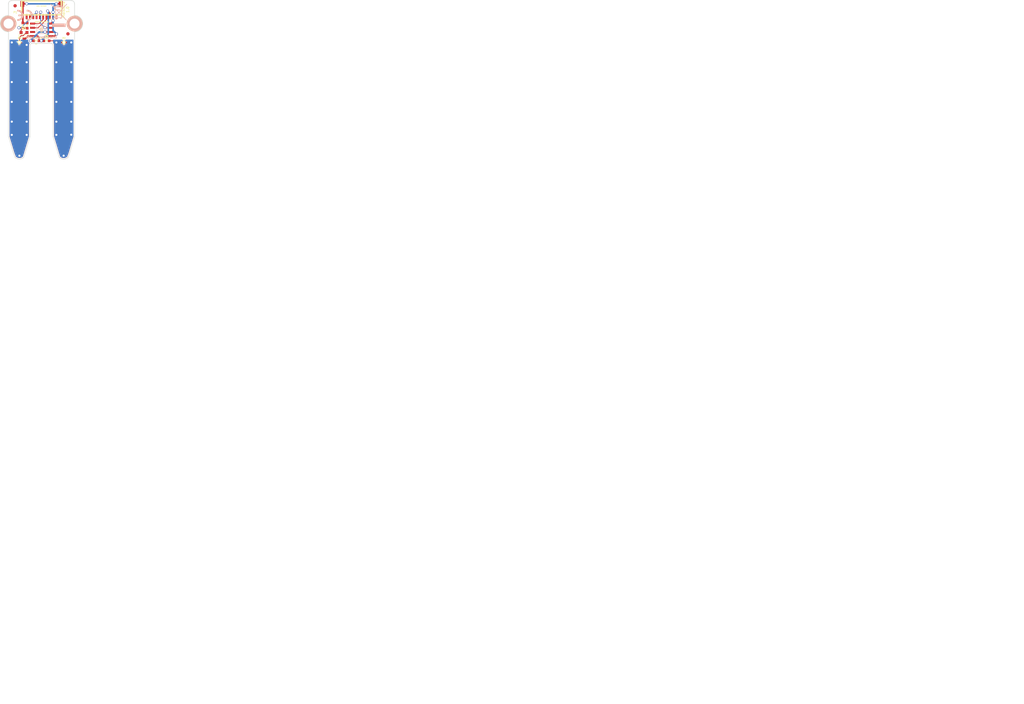
<source format=kicad_pcb>
(kicad_pcb (version 3) (host pcbnew "(2013-05-18 BZR 4017)-stable")
  (layers (15 F.Cu signal) (0 B.Cu signal hide) (18 B.Paste user) (19 F.Paste user) (20 B.SilkS user) (21 F.SilkS user) (22 B.Mask user hide) (23 F.Mask user hide) (28 Edge.Cuts user))
  (net 0 "")
  (net 1 GND)
  (net 2 N-000001)
  (net 3 N-0000011)
  (net 4 N-0000012)
  (net 5 N-0000013)
  (net 6 N-000002)
  (net 7 N-000003)
  (net 8 N-000004)
  (net 9 N-000005)
  (net 10 N-000006)
  (net 11 N-000007)
  (net 12 N-000008)
  (net 13 VCC)
  (module PINTST (layer F.Cu) (at 104.3 54)
    (fp_text reference P2 (at 0 -1.26746) (layer F.SilkS) (effects (font (size 0.508 0.508) (thickness 0.127))))
    (fp_text value TST hide)
    (pad 1 thru_hole circle (at 0 0) (size 1.143 1.143) (drill 0.635) (layers *.Cu *.Mask F.SilkS) (net 12 N-000008))
  )
  (module PINTST (layer F.Cu) (at 90.8 54)
    (fp_text reference P3 (at 0 -1.26746) (layer F.SilkS) (effects (font (size 0.508 0.508) (thickness 0.127))))
    (fp_text value TST hide)
    (pad 1 thru_hole circle (at 0 0) (size 1.143 1.143) (drill 0.635) (layers *.Cu *.Mask F.SilkS) (net 6 N-000002))
  )
  (module 0603 (layer F.Cu) (at 91.85 48.9 90)
    (fp_text reference C1 (at 0 -1.00076 90) (layer F.SilkS) (effects (font (size 0.29972 0.29972) (thickness 0.0762))))
    (fp_text value DNP (at 0 0 90) (layer F.SilkS) (effects (font (size 0.29972 0.29972) (thickness 0.0762))))
    (pad 1 smd rect (at -0.8001 0 90) (size 0.8001 0.8001) (layers F.Cu F.Paste F.Mask) (net 7 N-000003))
    (pad 2 smd rect (at 0.8001 0 90) (size 0.8001 0.8001) (layers F.Cu F.Paste F.Mask) (net 1 GND))
  )
  (module 0603 (layer F.Cu) (at 95.9 53.5 180)
    (fp_text reference C2 (at 0 -1.00076 180) (layer F.SilkS) (effects (font (size 0.29972 0.29972) (thickness 0.0762))))
    (fp_text value 100nF (at 0 0 180) (layer F.SilkS) (effects (font (size 0.29972 0.29972) (thickness 0.0762))))
    (pad 1 smd rect (at -0.8001 0 180) (size 0.8001 0.8001) (layers F.Cu F.Paste F.Mask) (net 13 VCC))
    (pad 2 smd rect (at 0.8001 0 180) (size 0.8001 0.8001) (layers F.Cu F.Paste F.Mask) (net 1 GND))
  )
  (module CON-SENSOR (layer F.Cu) (at 97.5 41.4 180)
    (fp_text reference P1 (at 7.9502 -3.50012 180) (layer F.SilkS) (effects (font (size 0.59944 0.59944) (thickness 0.12446))))
    (fp_text value CON-SENSOR (at 0 -1.6002 180) (layer F.SilkS) (effects (font (size 0.29972 0.29972) (thickness 0.07112))))
    (pad 1 smd rect (at -4.50088 -4.7752 180) (size 0.59944 1.5494) (layers F.Cu F.Paste F.Mask) (net 5 N-0000013))
    (pad 2 smd rect (at -3.50012 -4.7752 180) (size 0.59944 1.5494) (layers F.Cu F.Paste F.Mask) (net 1 GND))
    (pad 3 smd rect (at -2.49936 -4.7752 180) (size 0.59944 1.5494) (layers F.Cu F.Paste F.Mask) (net 13 VCC))
    (pad 4 smd rect (at -1.50114 -4.7752 180) (size 0.59944 1.5494) (layers F.Cu F.Paste F.Mask) (net 11 N-000007))
    (pad 5 smd rect (at -0.50038 -4.7752 180) (size 0.59944 1.5494) (layers F.Cu F.Paste F.Mask) (net 4 N-0000012))
    (pad 6 smd rect (at 0.50038 -4.7752 180) (size 0.59944 1.5494) (layers F.Cu F.Paste F.Mask) (net 2 N-000001))
    (pad 7 smd rect (at 1.50114 -4.7752 180) (size 0.59944 1.5494) (layers F.Cu F.Paste F.Mask) (net 7 N-000003))
    (pad 8 smd rect (at 2.49936 -4.7752 180) (size 0.59944 1.5494) (layers F.Cu F.Paste F.Mask) (net 10 N-000006))
    (pad 9 smd rect (at 3.50012 -4.7752 180) (size 0.59944 1.5494) (layers F.Cu F.Paste F.Mask) (net 9 N-000005))
    (pad 10 smd rect (at 4.50088 -4.7752 180) (size 0.59944 1.5494) (layers F.Cu F.Paste F.Mask) (net 8 N-000004))
    (pad EP smd rect (at -5.79882 -0.89916 180) (size 1.19888 1.80086) (layers F.Cu F.Paste F.Mask) (net 1 GND))
    (pad EP smd rect (at 5.79882 -0.89916 180) (size 1.19888 1.80086) (layers F.Cu F.Paste F.Mask) (net 1 GND))
  )
  (module SOT23EBC (layer F.Cu) (at 92.2 52)
    (fp_text reference Q1 (at 0 -2.413) (layer F.SilkS) (effects (font (size 0.762 0.762) (thickness 0.2032))))
    (fp_text value S9013 hide)
    (pad 1 smd rect (at -0.889 -1.016) (size 0.9144 0.9144) (layers F.Cu F.Paste F.Mask) (net 7 N-000003))
    (pad 2 smd rect (at 0.889 -1.016) (size 0.9144 0.9144) (layers F.Cu F.Paste F.Mask) (net 6 N-000002))
    (pad 3 smd rect (at 0 1.016) (size 0.9144 0.9144) (layers F.Cu F.Paste F.Mask) (net 13 VCC))
  )
  (module 0603 (layer F.Cu) (at 93.15 48.9 270)
    (fp_text reference R1 (at 0 -1.00076 270) (layer F.SilkS) (effects (font (size 0.29972 0.29972) (thickness 0.0762))))
    (fp_text value 100 (at 0 0 270) (layer F.SilkS) (effects (font (size 0.29972 0.29972) (thickness 0.0762))))
    (pad 1 smd rect (at -0.8001 0 270) (size 0.8001 0.8001) (layers F.Cu F.Paste F.Mask) (net 1 GND))
    (pad 2 smd rect (at 0.8001 0 270) (size 0.8001 0.8001) (layers F.Cu F.Paste F.Mask) (net 7 N-000003))
  )
  (module 0603 (layer F.Cu) (at 99 53.5)
    (fp_text reference R2 (at 0 -1.00076) (layer F.SilkS) (effects (font (size 0.29972 0.29972) (thickness 0.0762))))
    (fp_text value 100 (at 0 0) (layer F.SilkS) (effects (font (size 0.29972 0.29972) (thickness 0.0762))))
    (pad 1 smd rect (at -0.8001 0) (size 0.8001 0.8001) (layers F.Cu F.Paste F.Mask) (net 13 VCC))
    (pad 2 smd rect (at 0.8001 0) (size 0.8001 0.8001) (layers F.Cu F.Paste F.Mask) (net 12 N-000008))
  )
  (module SOIC8 (layer F.Cu) (at 97.5 50.2 90)
    (fp_text reference U1 (at 3.29946 2.60096 90) (layer F.SilkS) (effects (font (size 0.29972 0.29972) (thickness 0.0762))))
    (fp_text value M24C64 (at 0 0 90) (layer F.SilkS) (effects (font (size 0.29972 0.29972) (thickness 0.0762))))
    (pad 1 smd rect (at -1.90246 2.69748 270) (size 0.59944 1.5494) (layers F.Cu F.Paste F.Mask) (net 1 GND))
    (pad 2 smd rect (at -0.63246 2.69748 270) (size 0.59944 1.5494) (layers F.Cu F.Paste F.Mask) (net 1 GND))
    (pad 3 smd rect (at 0.63246 2.69748 270) (size 0.59944 1.5494) (layers F.Cu F.Paste F.Mask) (net 2 N-000001))
    (pad 4 smd rect (at 1.90246 2.69748 270) (size 0.59944 1.5494) (layers F.Cu F.Paste F.Mask) (net 1 GND))
    (pad 5 smd rect (at 1.90246 -2.69748 90) (size 0.59944 1.5494) (layers F.Cu F.Paste F.Mask) (net 4 N-0000012))
    (pad 6 smd rect (at 0.63246 -2.69748 90) (size 0.59944 1.5494) (layers F.Cu F.Paste F.Mask) (net 11 N-000007))
    (pad 7 smd rect (at -0.63246 -2.69748 90) (size 0.59944 1.5494) (layers F.Cu F.Paste F.Mask) (net 3 N-0000011))
    (pad 8 smd rect (at -1.90246 -2.69748 90) (size 0.59944 1.5494) (layers F.Cu F.Paste F.Mask) (net 13 VCC))
  )
  (module DRILL_NP (layer F.Cu) (at 87.5 48.3)
    (fp_text reference U2 hide)
    (fp_text value DRILL hide)
    (pad "" thru_hole circle (at 0 0) (size 2.99974 2.99974) (drill 2.99974) (layers *.Cu *.SilkS *.Mask) (clearance 0.89916))
  )
  (module DRILL_NP (layer F.Cu) (at 107.5 48.3)
    (fp_text reference U3 hide)
    (fp_text value DRILL hide)
    (pad "" thru_hole circle (at 0 0) (size 2.99974 2.99974) (drill 2.99974) (layers *.Cu *.SilkS *.Mask) (clearance 0.89916))
  )
  (module Logo_31x31m (layer B.Cu) (at 96 48.3)
    (fp_text reference G*** hide)
    (fp_text value LOGO hide)
  )
  (module CE_5mm (layer B.Cu) (at 92.45 45.8 180)
    (fp_text reference VAL hide)
    (fp_text value CE_5mm hide)
  )
  (module WEEE_7mm (layer B.Cu) (at 102.7 45.8)
    (fp_text reference VAL hide)
    (fp_text value WEEE_7mm hide)
  )
  (module Fiducial_Mark (layer F.Cu) (at 89.5 42.9)
    (fp_text reference Fiducial_Mark hide)
    (fp_text value VAL** hide)
    (pad 1 smd circle (at 0 0) (size 1.00076 1.00076) (layers F.Cu F.Mask) (clearance 0.65024))
  )
  (module Fiducial_Mark (layer F.Cu) (at 105.5 51.4)
    (fp_text reference Fiducial_Mark hide)
    (fp_text value VAL** hide)
    (pad 1 smd circle (at 0 0) (size 1.00076 1.00076) (layers F.Cu F.Mask) (clearance 0.65024))
  )
  (gr_line (start 107.5 45.8) (end 107.5 42.3) (angle 90) (layer Edge.Cuts) (width 0.15))
  (gr_line (start 107.5 82.5) (end 107.5 50.8) (angle 90) (layer Edge.Cuts) (width 0.15))
  (gr_line (start 87.5 50.8) (end 87.5 82.5) (angle 90) (layer Edge.Cuts) (width 0.15))
  (gr_line (start 87.5 42.3) (end 87.5 45.8) (angle 90) (layer Edge.Cuts) (width 0.15))
  (gr_arc (start 87.5 48.3) (end 87.5 50.8) (angle 90) (layer Edge.Cuts) (width 0.15))
  (gr_arc (start 87.5 48.3) (end 85 48.3) (angle 90) (layer Edge.Cuts) (width 0.15))
  (gr_arc (start 107.5 48.3) (end 110 48.3) (angle 90) (layer Edge.Cuts) (width 0.15))
  (gr_arc (start 107.5 48.3) (end 107.5 45.8) (angle 90) (layer Edge.Cuts) (width 0.15))
  (gr_line (start 94 82.5) (end 94 54.8) (angle 90) (layer Edge.Cuts) (width 0.15))
  (gr_line (start 101 54.8) (end 101 82.5) (angle 90) (layer Edge.Cuts) (width 0.15))
  (gr_text "Moisture\n1.0" (at 104.8 44.05 90) (layer F.SilkS) (effects (font (size 0.8 0.8))))
  (gr_line (start 88.5 41.3) (end 106.5 41.3) (angle 90) (layer Edge.Cuts) (width 0.15))
  (gr_arc (start 106.5 42.3) (end 106.5 41.3) (angle 90) (layer Edge.Cuts) (width 0.15))
  (gr_arc (start 88.5 42.3) (end 87.5 42.3) (angle 90) (layer Edge.Cuts) (width 0.15))
  (gr_text tinkerforge.com (at 97.5 52.4) (layer B.SilkS) (effects (font (size 0.8 0.8)) (justify mirror)))
  (gr_line (start 100.5 54.3) (end 94.5 54.3) (angle 90) (layer Edge.Cuts) (width 0.15))
  (gr_arc (start 100.5 54.8) (end 100.5 54.3) (angle 90) (layer Edge.Cuts) (width 0.15))
  (gr_arc (start 94.5 54.8) (end 94 54.8) (angle 90) (layer Edge.Cuts) (width 0.15))
  (gr_line (start 105.5 88.8) (end 106 87.5) (angle 90) (layer Edge.Cuts) (width 0.15))
  (gr_line (start 102.5 87.5) (end 102.9 88.8) (angle 90) (layer Edge.Cuts) (width 0.15))
  (gr_line (start 89 87.5) (end 89.5 88.8) (angle 90) (layer Edge.Cuts) (width 0.15))
  (gr_line (start 92.5 87.5) (end 92.1 88.8) (angle 90) (layer Edge.Cuts) (width 0.15))
  (gr_arc (start 90.8 87.5) (end 92.1 88.8) (angle 90) (layer Edge.Cuts) (width 0.15))
  (gr_arc (start 104.2 87.5) (end 105.5 88.8) (angle 90) (layer Edge.Cuts) (width 0.15))
  (gr_line (start 107.5 82.5) (end 106 87.5) (angle 90) (layer Edge.Cuts) (width 0.15))
  (gr_line (start 101 82.5) (end 102.5 87.5) (angle 90) (layer Edge.Cuts) (width 0.15))
  (gr_line (start 94 82.5) (end 92.5 87.5) (angle 90) (layer Edge.Cuts) (width 0.15))
  (gr_line (start 87.5 82.5) (end 89 87.5) (angle 90) (layer Edge.Cuts) (width 0.15))
  (segment (start 100.19748 52.10246) (end 101.39754 52.10246) (width 0.5) (layer F.Cu) (net 1))
  (segment (start 101.39754 52.10246) (end 102.05 51.45) (width 0.5) (layer F.Cu) (net 1))
  (segment (start 101 47.4) (end 101 50.4) (width 0.5) (layer B.Cu) (net 1))
  (segment (start 101.43246 50.83246) (end 100.19748 50.83246) (width 0.5) (layer F.Cu) (net 1))
  (segment (start 102.05 51.45) (end 101.43246 50.83246) (width 0.5) (layer F.Cu) (net 1))
  (via (at 102.05 51.45) (size 0.889) (layers F.Cu B.Cu) (net 1))
  (segment (start 101 50.4) (end 102.05 51.45) (width 0.5) (layer B.Cu) (net 1))
  (segment (start 95.0999 53.5) (end 94.15 53.5) (width 0.5) (layer F.Cu) (net 1))
  (via (at 94.15 53.5) (size 0.889) (layers F.Cu B.Cu) (net 1))
  (segment (start 94.15 53.5) (end 96.8 50.85) (width 0.5) (layer B.Cu) (net 1))
  (segment (start 96.8 50.85) (end 98.55 50.85) (width 0.5) (layer B.Cu) (net 1))
  (via (at 98.55 50.85) (size 0.889) (layers F.Cu B.Cu) (net 1))
  (segment (start 98.55 50.85) (end 98.56754 50.83246) (width 0.5) (layer F.Cu) (net 1))
  (segment (start 98.56754 50.83246) (end 100.19748 50.83246) (width 0.5) (layer F.Cu) (net 1))
  (segment (start 102 42.3) (end 93 42.3) (width 0.5) (layer B.Cu) (net 1))
  (segment (start 92.99916 42.29916) (end 91.70118 42.29916) (width 0.5) (layer F.Cu) (net 1))
  (segment (start 93 42.3) (end 92.99916 42.29916) (width 0.254) (layer F.Cu) (net 1))
  (via (at 93 42.3) (size 0.889) (layers F.Cu B.Cu) (net 1))
  (segment (start 101 44.8) (end 101 43.3) (width 0.5) (layer B.Cu) (net 1))
  (segment (start 102.00084 42.29916) (end 103.29882 42.29916) (width 0.5) (layer F.Cu) (net 1))
  (segment (start 102 42.3) (end 102.00084 42.29916) (width 0.254) (layer F.Cu) (net 1))
  (via (at 102 42.3) (size 0.889) (layers F.Cu B.Cu) (net 1))
  (segment (start 101 43.3) (end 102 42.3) (width 0.5) (layer B.Cu) (net 1))
  (segment (start 101 47.4) (end 101 44.8) (width 0.5) (layer B.Cu) (net 1))
  (segment (start 101.00012 44.80012) (end 101 44.8) (width 0.254) (layer F.Cu) (net 1))
  (via (at 101 44.8) (size 0.889) (layers F.Cu B.Cu) (net 1))
  (segment (start 101.00012 44.80012) (end 101.00012 46.1752) (width 0.5) (layer F.Cu) (net 1))
  (via (at 101 47.4) (size 0.889) (layers F.Cu B.Cu) (net 1))
  (segment (start 91.85 48.0999) (end 91.85 42.44798) (width 0.5) (layer F.Cu) (net 1))
  (segment (start 91.85 42.44798) (end 91.70118 42.29916) (width 0.254) (layer F.Cu) (net 1))
  (segment (start 91.85 48.0999) (end 93.15 48.0999) (width 0.254) (layer F.Cu) (net 1))
  (segment (start 101 47.4) (end 101 47.49502) (width 0.254) (layer F.Cu) (net 1))
  (segment (start 101 47.49502) (end 100.19748 48.29754) (width 0.254) (layer F.Cu) (net 1))
  (segment (start 100.19748 49.56754) (end 98.56754 49.56754) (width 0.254) (layer F.Cu) (net 2))
  (segment (start 96.99962 45.10038) (end 96.99962 46.1752) (width 0.254) (layer F.Cu) (net 2))
  (segment (start 97.25 44.85) (end 96.99962 45.10038) (width 0.254) (layer F.Cu) (net 2))
  (via (at 97.25 44.85) (size 0.889) (layers F.Cu B.Cu) (net 2))
  (segment (start 97.25 48.25) (end 97.25 44.85) (width 0.254) (layer B.Cu) (net 2))
  (segment (start 98.55 49.55) (end 97.25 48.25) (width 0.254) (layer B.Cu) (net 2))
  (via (at 98.55 49.55) (size 0.889) (layers F.Cu B.Cu) (net 2))
  (segment (start 98.56754 49.56754) (end 98.55 49.55) (width 0.254) (layer F.Cu) (net 2))
  (segment (start 98.00038 46.1752) (end 98.00038 47.04962) (width 0.254) (layer F.Cu) (net 4))
  (segment (start 96.75246 48.29754) (end 94.80252 48.29754) (width 0.254) (layer F.Cu) (net 4))
  (segment (start 98.00038 47.04962) (end 96.75246 48.29754) (width 0.254) (layer F.Cu) (net 4))
  (segment (start 93.089 50.984) (end 92.916 50.984) (width 0.254) (layer F.Cu) (net 6))
  (segment (start 90.8 52.5) (end 90.8 54) (width 0.254) (layer F.Cu) (net 6))
  (segment (start 91.35 51.95) (end 90.8 52.5) (width 0.254) (layer F.Cu) (net 6))
  (segment (start 91.95 51.95) (end 91.35 51.95) (width 0.254) (layer F.Cu) (net 6))
  (segment (start 92.916 50.984) (end 91.95 51.95) (width 0.254) (layer F.Cu) (net 6))
  (segment (start 88.5 82) (end 88.75 82) (width 0.254) (layer F.Cu) (net 6))
  (via (at 90.8 88.3) (size 0.889) (layers F.Cu B.Cu) (net 6))
  (segment (start 90.8 84.05) (end 90.8 88.3) (width 0.254) (layer F.Cu) (net 6))
  (segment (start 88.75 82) (end 90.8 84.05) (width 0.254) (layer F.Cu) (net 6))
  (segment (start 88.5 72) (end 88.5 78) (width 0.254) (layer B.Cu) (net 6))
  (via (at 88.5 60) (size 0.889) (layers F.Cu B.Cu) (net 6))
  (segment (start 88.5 60) (end 88.5 66) (width 0.5) (layer B.Cu) (net 6))
  (via (at 88.5 66) (size 0.889) (layers F.Cu B.Cu) (net 6))
  (segment (start 88.5 66) (end 88.5 72) (width 0.5) (layer F.Cu) (net 6))
  (via (at 88.5 72) (size 0.889) (layers F.Cu B.Cu) (net 6))
  (via (at 93 54.75) (size 0.889) (layers F.Cu B.Cu) (net 6))
  (via (at 88.5 54) (size 0.889) (layers F.Cu B.Cu) (net 6))
  (segment (start 88.5 54) (end 93 54.75) (width 0.5) (layer B.Cu) (net 6))
  (segment (start 90.8 54) (end 93 54.75) (width 0.5) (layer F.Cu) (net 6))
  (segment (start 88.5 54) (end 88.5 60) (width 0.5) (layer F.Cu) (net 6))
  (via (at 93 60) (size 0.889) (layers F.Cu B.Cu) (net 6))
  (segment (start 93 66) (end 93 60) (width 0.254) (layer B.Cu) (net 6))
  (via (at 93 66) (size 0.889) (layers F.Cu B.Cu) (net 6))
  (segment (start 93 72) (end 93 66) (width 0.254) (layer F.Cu) (net 6))
  (via (at 93 72) (size 0.889) (layers F.Cu B.Cu) (net 6))
  (segment (start 93 78) (end 93 72) (width 0.254) (layer B.Cu) (net 6))
  (via (at 93 78) (size 0.889) (layers F.Cu B.Cu) (net 6))
  (segment (start 93 82) (end 93 78) (width 0.254) (layer F.Cu) (net 6))
  (via (at 93 82) (size 0.889) (layers F.Cu B.Cu) (net 6))
  (segment (start 88.5 82) (end 93 82) (width 0.254) (layer B.Cu) (net 6))
  (via (at 88.5 82) (size 0.889) (layers F.Cu B.Cu) (net 6))
  (segment (start 88.5 78) (end 88.5 82) (width 0.254) (layer F.Cu) (net 6))
  (via (at 88.5 78) (size 0.889) (layers F.Cu B.Cu) (net 6))
  (segment (start 95.99886 46.1752) (end 95.99886 44.85114) (width 0.254) (layer F.Cu) (net 7))
  (segment (start 90.8001 49.7001) (end 91.85 49.7001) (width 0.254) (layer F.Cu) (net 7))
  (segment (start 90.65 49.55) (end 90.8001 49.7001) (width 0.254) (layer F.Cu) (net 7))
  (via (at 90.65 49.55) (size 0.889) (layers F.Cu B.Cu) (net 7))
  (segment (start 91.3 49.55) (end 90.65 49.55) (width 0.254) (layer B.Cu) (net 7))
  (segment (start 96 44.85) (end 91.3 49.55) (width 0.254) (layer B.Cu) (net 7))
  (via (at 96 44.85) (size 0.889) (layers F.Cu B.Cu) (net 7))
  (segment (start 95.99886 44.85114) (end 96 44.85) (width 0.254) (layer F.Cu) (net 7))
  (segment (start 91.85 49.7001) (end 93.15 49.7001) (width 0.254) (layer F.Cu) (net 7))
  (segment (start 91.311 50.984) (end 91.311 50.2391) (width 0.254) (layer F.Cu) (net 7))
  (segment (start 91.311 50.2391) (end 91.85 49.7001) (width 0.254) (layer F.Cu) (net 7))
  (segment (start 99.00114 46.1752) (end 99.00114 47.04886) (width 0.254) (layer F.Cu) (net 11))
  (segment (start 96.48246 49.56754) (end 94.80252 49.56754) (width 0.254) (layer F.Cu) (net 11))
  (segment (start 99.00114 47.04886) (end 96.48246 49.56754) (width 0.254) (layer F.Cu) (net 11))
  (segment (start 99.8001 53.5) (end 101.5 53.5) (width 0.254) (layer F.Cu) (net 12))
  (segment (start 101.5 53.5) (end 102 54) (width 0.254) (layer F.Cu) (net 12))
  (segment (start 102 82) (end 102 82.4) (width 0.254) (layer B.Cu) (net 12))
  (via (at 104.2 88.3) (size 0.889) (layers F.Cu B.Cu) (net 12))
  (segment (start 104.2 84.6) (end 104.2 88.3) (width 0.254) (layer B.Cu) (net 12))
  (segment (start 102 82.4) (end 104.2 84.6) (width 0.254) (layer B.Cu) (net 12))
  (segment (start 102 72) (end 102 78) (width 0.254) (layer F.Cu) (net 12))
  (via (at 102 54) (size 0.889) (layers F.Cu B.Cu) (net 12))
  (segment (start 102 54) (end 102 60) (width 0.5) (layer B.Cu) (net 12))
  (via (at 102 60) (size 0.889) (layers F.Cu B.Cu) (net 12))
  (segment (start 102 60) (end 102 66) (width 0.5) (layer F.Cu) (net 12))
  (via (at 102 66) (size 0.889) (layers F.Cu B.Cu) (net 12))
  (segment (start 102 66) (end 102 72) (width 0.5) (layer B.Cu) (net 12))
  (via (at 102 72) (size 0.889) (layers F.Cu B.Cu) (net 12))
  (via (at 106.5 54) (size 0.889) (layers F.Cu B.Cu) (net 12))
  (segment (start 104.3 54) (end 106.5 54) (width 0.5) (layer F.Cu) (net 12))
  (segment (start 102 54) (end 106.5 54) (width 0.5) (layer F.Cu) (net 12))
  (via (at 106.5 60) (size 0.889) (layers F.Cu B.Cu) (net 12))
  (segment (start 106.5 66) (end 106.5 60) (width 0.254) (layer F.Cu) (net 12))
  (via (at 106.5 66) (size 0.889) (layers F.Cu B.Cu) (net 12))
  (segment (start 106.5 72) (end 106.5 66) (width 0.254) (layer B.Cu) (net 12))
  (via (at 106.5 72) (size 0.889) (layers F.Cu B.Cu) (net 12))
  (segment (start 106.5 78) (end 106.5 72) (width 0.254) (layer F.Cu) (net 12))
  (via (at 106.5 78) (size 0.889) (layers F.Cu B.Cu) (net 12))
  (segment (start 106.5 81.95) (end 106.5 78) (width 0.254) (layer B.Cu) (net 12))
  (via (at 106.5 81.95) (size 0.889) (layers F.Cu B.Cu) (net 12))
  (segment (start 102.05 81.95) (end 106.5 81.95) (width 0.254) (layer F.Cu) (net 12))
  (segment (start 102 82) (end 102.05 81.95) (width 0.254) (layer F.Cu) (net 12))
  (via (at 102 82) (size 0.889) (layers F.Cu B.Cu) (net 12))
  (segment (start 102 78) (end 102 82) (width 0.254) (layer B.Cu) (net 12))
  (via (at 102 78) (size 0.889) (layers F.Cu B.Cu) (net 12))
  (via (at 97.45 53.5) (size 0.889) (layers F.Cu B.Cu) (net 13))
  (segment (start 99.99936 46.1752) (end 99.99936 45.14936) (width 0.5) (layer F.Cu) (net 13))
  (segment (start 99.35 44.5) (end 99.99936 45.14936) (width 0.5) (layer F.Cu) (net 13))
  (via (at 99.35 44.5) (size 0.889) (layers F.Cu B.Cu) (net 13))
  (segment (start 99.55 44.7) (end 99.35 44.5) (width 0.5) (layer B.Cu) (net 13))
  (segment (start 99.55 51.4) (end 99.55 44.7) (width 0.5) (layer B.Cu) (net 13))
  (segment (start 99.55 51.4) (end 97.45 53.5) (width 0.5) (layer B.Cu) (net 13))
  (segment (start 96.7001 53.5) (end 97.45 53.5) (width 0.5) (layer F.Cu) (net 13))
  (segment (start 97.45 53.5) (end 98.1999 53.5) (width 0.5) (layer F.Cu) (net 13))
  (segment (start 94.80252 52.10246) (end 96.35246 52.10246) (width 0.5) (layer F.Cu) (net 13))
  (segment (start 96.35246 52.10246) (end 96.7001 52.4501) (width 0.5) (layer F.Cu) (net 13))
  (segment (start 96.7001 52.4501) (end 96.7001 53.5) (width 0.5) (layer F.Cu) (net 13))
  (segment (start 92.2 53.016) (end 92.484 53.016) (width 0.5) (layer F.Cu) (net 13))
  (segment (start 93.39754 52.10246) (end 94.80252 52.10246) (width 0.5) (layer F.Cu) (net 13))
  (segment (start 92.484 53.016) (end 93.39754 52.10246) (width 0.5) (layer F.Cu) (net 13))
  (segment (start 96.35246 52.10246) (end 96.7001 52.4501) (width 0.254) (layer F.Cu) (net 13))
  (segment (start 96.7001 52.4501) (end 96.7001 53.5) (width 0.254) (layer F.Cu) (net 13))
  (zone (net 12) (net_name N-000008) (layer F.Cu) (connect_pads (clearance 0.24892)) (min_thickness 0.24892) (fill (arc_segments 16) (thermal_gap 0.29972) (thermal_bridge_width 0.29972))
    (polygon (pts (xy 107.5 82.5) (xy 105.5 88.8) (xy 104.7 89.3) (xy 103.9 89.3) (xy 102.9 88.8) (xy 101 82.5) (xy 101 54.15) (xy 107.5 54.15)))
  )
  (zone (net 12) (net_name N-000008) (layer B.Cu) (connect_pads (clearance 0.24892)) (min_thickness 0.24892) (fill (arc_segments 16) (thermal_gap 0.29972) (thermal_bridge_width 0.29972))
    (polygon (pts (xy 107.5 53.15) (xy 107.5 82.5) (xy 105.5 88.8) (xy 104.7 89.3) (xy 103.9 89.3) (xy 102.9 88.8) (xy 101 82.5) (xy 101 53.15)))
  )
  (zone (net 6) (net_name N-000002) (layer B.Cu) (connect_pads (clearance 0.24892)) (min_thickness 0.24892) (fill (arc_segments 16) (thermal_gap 0.29972) (thermal_bridge_width 0.29972))
    (polygon (pts (xy 94 53.15) (xy 94 82.5) (xy 92.1 88.8) (xy 91.5 89.2) (xy 90.8 89.3) (xy 90.1 89.2) (xy 89.5 88.8) (xy 87.5 82.5) (xy 87.5 53.15)))
  )
  (zone (net 6) (net_name N-000002) (layer F.Cu) (connect_pads (clearance 0.24892)) (min_thickness 0.24892) (fill (arc_segments 16) (thermal_gap 0.29972) (thermal_bridge_width 0.29972))
    (polygon (pts (xy 94 82.5) (xy 92.1 88.8) (xy 91.5 89.2) (xy 90.8 89.3) (xy 90.1 89.2) (xy 89.5 88.8) (xy 87.5 82.5) (xy 87.5 54.15) (xy 94 54.15)))
  )
)
</source>
